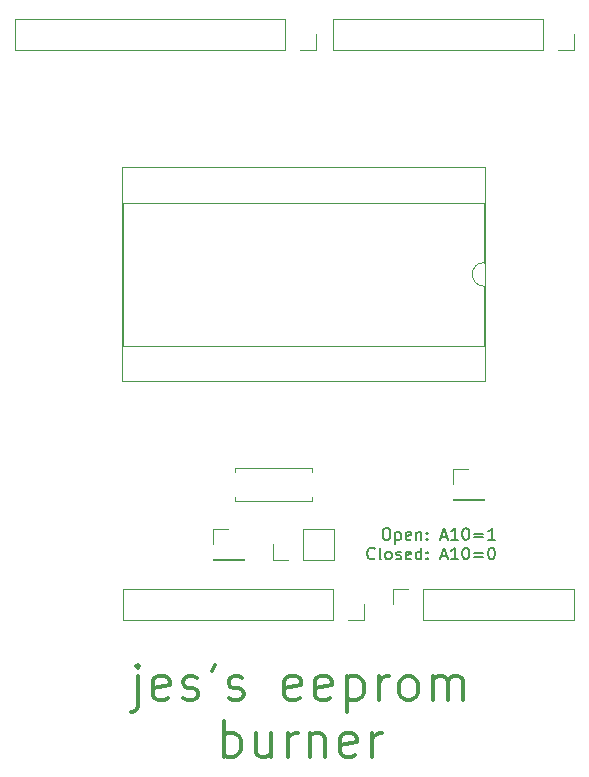
<source format=gbr>
G04 #@! TF.GenerationSoftware,KiCad,Pcbnew,5.1.5+dfsg1-2build2*
G04 #@! TF.CreationDate,2021-02-10T21:19:16+00:00*
G04 #@! TF.ProjectId,eeprom-burner,65657072-6f6d-42d6-9275-726e65722e6b,rev?*
G04 #@! TF.SameCoordinates,Original*
G04 #@! TF.FileFunction,Legend,Top*
G04 #@! TF.FilePolarity,Positive*
%FSLAX46Y46*%
G04 Gerber Fmt 4.6, Leading zero omitted, Abs format (unit mm)*
G04 Created by KiCad (PCBNEW 5.1.5+dfsg1-2build2) date 2021-02-10 21:19:16*
%MOMM*%
%LPD*%
G04 APERTURE LIST*
%ADD10C,0.300000*%
%ADD11C,0.150000*%
%ADD12C,0.120000*%
G04 APERTURE END LIST*
D10*
X88830285Y-135641142D02*
X88830285Y-138212571D01*
X88687428Y-138498285D01*
X88401714Y-138641142D01*
X88258857Y-138641142D01*
X88830285Y-134641142D02*
X88687428Y-134784000D01*
X88830285Y-134926857D01*
X88973142Y-134784000D01*
X88830285Y-134641142D01*
X88830285Y-134926857D01*
X91401714Y-137498285D02*
X91116000Y-137641142D01*
X90544571Y-137641142D01*
X90258857Y-137498285D01*
X90116000Y-137212571D01*
X90116000Y-136069714D01*
X90258857Y-135784000D01*
X90544571Y-135641142D01*
X91116000Y-135641142D01*
X91401714Y-135784000D01*
X91544571Y-136069714D01*
X91544571Y-136355428D01*
X90116000Y-136641142D01*
X92687428Y-137498285D02*
X92973142Y-137641142D01*
X93544571Y-137641142D01*
X93830285Y-137498285D01*
X93973142Y-137212571D01*
X93973142Y-137069714D01*
X93830285Y-136784000D01*
X93544571Y-136641142D01*
X93116000Y-136641142D01*
X92830285Y-136498285D01*
X92687428Y-136212571D01*
X92687428Y-136069714D01*
X92830285Y-135784000D01*
X93116000Y-135641142D01*
X93544571Y-135641142D01*
X93830285Y-135784000D01*
X95401714Y-134641142D02*
X95116000Y-135212571D01*
X96544571Y-137498285D02*
X96830285Y-137641142D01*
X97401714Y-137641142D01*
X97687428Y-137498285D01*
X97830285Y-137212571D01*
X97830285Y-137069714D01*
X97687428Y-136784000D01*
X97401714Y-136641142D01*
X96973142Y-136641142D01*
X96687428Y-136498285D01*
X96544571Y-136212571D01*
X96544571Y-136069714D01*
X96687428Y-135784000D01*
X96973142Y-135641142D01*
X97401714Y-135641142D01*
X97687428Y-135784000D01*
X102544571Y-137498285D02*
X102258857Y-137641142D01*
X101687428Y-137641142D01*
X101401714Y-137498285D01*
X101258857Y-137212571D01*
X101258857Y-136069714D01*
X101401714Y-135784000D01*
X101687428Y-135641142D01*
X102258857Y-135641142D01*
X102544571Y-135784000D01*
X102687428Y-136069714D01*
X102687428Y-136355428D01*
X101258857Y-136641142D01*
X105116000Y-137498285D02*
X104830285Y-137641142D01*
X104258857Y-137641142D01*
X103973142Y-137498285D01*
X103830285Y-137212571D01*
X103830285Y-136069714D01*
X103973142Y-135784000D01*
X104258857Y-135641142D01*
X104830285Y-135641142D01*
X105116000Y-135784000D01*
X105258857Y-136069714D01*
X105258857Y-136355428D01*
X103830285Y-136641142D01*
X106544571Y-135641142D02*
X106544571Y-138641142D01*
X106544571Y-135784000D02*
X106830285Y-135641142D01*
X107401714Y-135641142D01*
X107687428Y-135784000D01*
X107830285Y-135926857D01*
X107973142Y-136212571D01*
X107973142Y-137069714D01*
X107830285Y-137355428D01*
X107687428Y-137498285D01*
X107401714Y-137641142D01*
X106830285Y-137641142D01*
X106544571Y-137498285D01*
X109258857Y-137641142D02*
X109258857Y-135641142D01*
X109258857Y-136212571D02*
X109401714Y-135926857D01*
X109544571Y-135784000D01*
X109830285Y-135641142D01*
X110116000Y-135641142D01*
X111544571Y-137641142D02*
X111258857Y-137498285D01*
X111116000Y-137355428D01*
X110973142Y-137069714D01*
X110973142Y-136212571D01*
X111116000Y-135926857D01*
X111258857Y-135784000D01*
X111544571Y-135641142D01*
X111973142Y-135641142D01*
X112258857Y-135784000D01*
X112401714Y-135926857D01*
X112544571Y-136212571D01*
X112544571Y-137069714D01*
X112401714Y-137355428D01*
X112258857Y-137498285D01*
X111973142Y-137641142D01*
X111544571Y-137641142D01*
X113830285Y-137641142D02*
X113830285Y-135641142D01*
X113830285Y-135926857D02*
X113973142Y-135784000D01*
X114258857Y-135641142D01*
X114687428Y-135641142D01*
X114973142Y-135784000D01*
X115116000Y-136069714D01*
X115116000Y-137641142D01*
X115116000Y-136069714D02*
X115258857Y-135784000D01*
X115544571Y-135641142D01*
X115973142Y-135641142D01*
X116258857Y-135784000D01*
X116401714Y-136069714D01*
X116401714Y-137641142D01*
X96116000Y-142441142D02*
X96116000Y-139441142D01*
X96116000Y-140584000D02*
X96401714Y-140441142D01*
X96973142Y-140441142D01*
X97258857Y-140584000D01*
X97401714Y-140726857D01*
X97544571Y-141012571D01*
X97544571Y-141869714D01*
X97401714Y-142155428D01*
X97258857Y-142298285D01*
X96973142Y-142441142D01*
X96401714Y-142441142D01*
X96116000Y-142298285D01*
X100116000Y-140441142D02*
X100116000Y-142441142D01*
X98830285Y-140441142D02*
X98830285Y-142012571D01*
X98973142Y-142298285D01*
X99258857Y-142441142D01*
X99687428Y-142441142D01*
X99973142Y-142298285D01*
X100116000Y-142155428D01*
X101544571Y-142441142D02*
X101544571Y-140441142D01*
X101544571Y-141012571D02*
X101687428Y-140726857D01*
X101830285Y-140584000D01*
X102116000Y-140441142D01*
X102401714Y-140441142D01*
X103401714Y-140441142D02*
X103401714Y-142441142D01*
X103401714Y-140726857D02*
X103544571Y-140584000D01*
X103830285Y-140441142D01*
X104258857Y-140441142D01*
X104544571Y-140584000D01*
X104687428Y-140869714D01*
X104687428Y-142441142D01*
X107258857Y-142298285D02*
X106973142Y-142441142D01*
X106401714Y-142441142D01*
X106116000Y-142298285D01*
X105973142Y-142012571D01*
X105973142Y-140869714D01*
X106116000Y-140584000D01*
X106401714Y-140441142D01*
X106973142Y-140441142D01*
X107258857Y-140584000D01*
X107401714Y-140869714D01*
X107401714Y-141155428D01*
X105973142Y-141441142D01*
X108687428Y-142441142D02*
X108687428Y-140441142D01*
X108687428Y-141012571D02*
X108830285Y-140726857D01*
X108973142Y-140584000D01*
X109258857Y-140441142D01*
X109544571Y-140441142D01*
D11*
X109806309Y-123087380D02*
X109996785Y-123087380D01*
X110092023Y-123135000D01*
X110187261Y-123230238D01*
X110234880Y-123420714D01*
X110234880Y-123754047D01*
X110187261Y-123944523D01*
X110092023Y-124039761D01*
X109996785Y-124087380D01*
X109806309Y-124087380D01*
X109711071Y-124039761D01*
X109615833Y-123944523D01*
X109568214Y-123754047D01*
X109568214Y-123420714D01*
X109615833Y-123230238D01*
X109711071Y-123135000D01*
X109806309Y-123087380D01*
X110663452Y-123420714D02*
X110663452Y-124420714D01*
X110663452Y-123468333D02*
X110758690Y-123420714D01*
X110949166Y-123420714D01*
X111044404Y-123468333D01*
X111092023Y-123515952D01*
X111139642Y-123611190D01*
X111139642Y-123896904D01*
X111092023Y-123992142D01*
X111044404Y-124039761D01*
X110949166Y-124087380D01*
X110758690Y-124087380D01*
X110663452Y-124039761D01*
X111949166Y-124039761D02*
X111853928Y-124087380D01*
X111663452Y-124087380D01*
X111568214Y-124039761D01*
X111520595Y-123944523D01*
X111520595Y-123563571D01*
X111568214Y-123468333D01*
X111663452Y-123420714D01*
X111853928Y-123420714D01*
X111949166Y-123468333D01*
X111996785Y-123563571D01*
X111996785Y-123658809D01*
X111520595Y-123754047D01*
X112425357Y-123420714D02*
X112425357Y-124087380D01*
X112425357Y-123515952D02*
X112472976Y-123468333D01*
X112568214Y-123420714D01*
X112711071Y-123420714D01*
X112806309Y-123468333D01*
X112853928Y-123563571D01*
X112853928Y-124087380D01*
X113330119Y-123992142D02*
X113377738Y-124039761D01*
X113330119Y-124087380D01*
X113282500Y-124039761D01*
X113330119Y-123992142D01*
X113330119Y-124087380D01*
X113330119Y-123468333D02*
X113377738Y-123515952D01*
X113330119Y-123563571D01*
X113282500Y-123515952D01*
X113330119Y-123468333D01*
X113330119Y-123563571D01*
X114520595Y-123801666D02*
X114996785Y-123801666D01*
X114425357Y-124087380D02*
X114758690Y-123087380D01*
X115092023Y-124087380D01*
X115949166Y-124087380D02*
X115377738Y-124087380D01*
X115663452Y-124087380D02*
X115663452Y-123087380D01*
X115568214Y-123230238D01*
X115472976Y-123325476D01*
X115377738Y-123373095D01*
X116568214Y-123087380D02*
X116663452Y-123087380D01*
X116758690Y-123135000D01*
X116806309Y-123182619D01*
X116853928Y-123277857D01*
X116901547Y-123468333D01*
X116901547Y-123706428D01*
X116853928Y-123896904D01*
X116806309Y-123992142D01*
X116758690Y-124039761D01*
X116663452Y-124087380D01*
X116568214Y-124087380D01*
X116472976Y-124039761D01*
X116425357Y-123992142D01*
X116377738Y-123896904D01*
X116330119Y-123706428D01*
X116330119Y-123468333D01*
X116377738Y-123277857D01*
X116425357Y-123182619D01*
X116472976Y-123135000D01*
X116568214Y-123087380D01*
X117330119Y-123563571D02*
X118092023Y-123563571D01*
X118092023Y-123849285D02*
X117330119Y-123849285D01*
X119092023Y-124087380D02*
X118520595Y-124087380D01*
X118806309Y-124087380D02*
X118806309Y-123087380D01*
X118711071Y-123230238D01*
X118615833Y-123325476D01*
X118520595Y-123373095D01*
X108901547Y-125642142D02*
X108853928Y-125689761D01*
X108711071Y-125737380D01*
X108615833Y-125737380D01*
X108472976Y-125689761D01*
X108377738Y-125594523D01*
X108330119Y-125499285D01*
X108282500Y-125308809D01*
X108282500Y-125165952D01*
X108330119Y-124975476D01*
X108377738Y-124880238D01*
X108472976Y-124785000D01*
X108615833Y-124737380D01*
X108711071Y-124737380D01*
X108853928Y-124785000D01*
X108901547Y-124832619D01*
X109472976Y-125737380D02*
X109377738Y-125689761D01*
X109330119Y-125594523D01*
X109330119Y-124737380D01*
X109996785Y-125737380D02*
X109901547Y-125689761D01*
X109853928Y-125642142D01*
X109806309Y-125546904D01*
X109806309Y-125261190D01*
X109853928Y-125165952D01*
X109901547Y-125118333D01*
X109996785Y-125070714D01*
X110139642Y-125070714D01*
X110234880Y-125118333D01*
X110282500Y-125165952D01*
X110330119Y-125261190D01*
X110330119Y-125546904D01*
X110282500Y-125642142D01*
X110234880Y-125689761D01*
X110139642Y-125737380D01*
X109996785Y-125737380D01*
X110711071Y-125689761D02*
X110806309Y-125737380D01*
X110996785Y-125737380D01*
X111092023Y-125689761D01*
X111139642Y-125594523D01*
X111139642Y-125546904D01*
X111092023Y-125451666D01*
X110996785Y-125404047D01*
X110853928Y-125404047D01*
X110758690Y-125356428D01*
X110711071Y-125261190D01*
X110711071Y-125213571D01*
X110758690Y-125118333D01*
X110853928Y-125070714D01*
X110996785Y-125070714D01*
X111092023Y-125118333D01*
X111949166Y-125689761D02*
X111853928Y-125737380D01*
X111663452Y-125737380D01*
X111568214Y-125689761D01*
X111520595Y-125594523D01*
X111520595Y-125213571D01*
X111568214Y-125118333D01*
X111663452Y-125070714D01*
X111853928Y-125070714D01*
X111949166Y-125118333D01*
X111996785Y-125213571D01*
X111996785Y-125308809D01*
X111520595Y-125404047D01*
X112853928Y-125737380D02*
X112853928Y-124737380D01*
X112853928Y-125689761D02*
X112758690Y-125737380D01*
X112568214Y-125737380D01*
X112472976Y-125689761D01*
X112425357Y-125642142D01*
X112377738Y-125546904D01*
X112377738Y-125261190D01*
X112425357Y-125165952D01*
X112472976Y-125118333D01*
X112568214Y-125070714D01*
X112758690Y-125070714D01*
X112853928Y-125118333D01*
X113330119Y-125642142D02*
X113377738Y-125689761D01*
X113330119Y-125737380D01*
X113282500Y-125689761D01*
X113330119Y-125642142D01*
X113330119Y-125737380D01*
X113330119Y-125118333D02*
X113377738Y-125165952D01*
X113330119Y-125213571D01*
X113282500Y-125165952D01*
X113330119Y-125118333D01*
X113330119Y-125213571D01*
X114520595Y-125451666D02*
X114996785Y-125451666D01*
X114425357Y-125737380D02*
X114758690Y-124737380D01*
X115092023Y-125737380D01*
X115949166Y-125737380D02*
X115377738Y-125737380D01*
X115663452Y-125737380D02*
X115663452Y-124737380D01*
X115568214Y-124880238D01*
X115472976Y-124975476D01*
X115377738Y-125023095D01*
X116568214Y-124737380D02*
X116663452Y-124737380D01*
X116758690Y-124785000D01*
X116806309Y-124832619D01*
X116853928Y-124927857D01*
X116901547Y-125118333D01*
X116901547Y-125356428D01*
X116853928Y-125546904D01*
X116806309Y-125642142D01*
X116758690Y-125689761D01*
X116663452Y-125737380D01*
X116568214Y-125737380D01*
X116472976Y-125689761D01*
X116425357Y-125642142D01*
X116377738Y-125546904D01*
X116330119Y-125356428D01*
X116330119Y-125118333D01*
X116377738Y-124927857D01*
X116425357Y-124832619D01*
X116472976Y-124785000D01*
X116568214Y-124737380D01*
X117330119Y-125213571D02*
X118092023Y-125213571D01*
X118092023Y-125499285D02*
X117330119Y-125499285D01*
X118758690Y-124737380D02*
X118853928Y-124737380D01*
X118949166Y-124785000D01*
X118996785Y-124832619D01*
X119044404Y-124927857D01*
X119092023Y-125118333D01*
X119092023Y-125356428D01*
X119044404Y-125546904D01*
X118996785Y-125642142D01*
X118949166Y-125689761D01*
X118853928Y-125737380D01*
X118758690Y-125737380D01*
X118663452Y-125689761D01*
X118615833Y-125642142D01*
X118568214Y-125546904D01*
X118520595Y-125356428D01*
X118520595Y-125118333D01*
X118568214Y-124927857D01*
X118615833Y-124832619D01*
X118663452Y-124785000D01*
X118758690Y-124737380D01*
D12*
X103946000Y-81280000D02*
X103946000Y-82610000D01*
X103946000Y-82610000D02*
X102616000Y-82610000D01*
X101346000Y-82610000D02*
X78426000Y-82610000D01*
X78426000Y-79950000D02*
X78426000Y-82610000D01*
X101346000Y-79950000D02*
X78426000Y-79950000D01*
X101346000Y-79950000D02*
X101346000Y-82610000D01*
X115510000Y-120710000D02*
X118170000Y-120710000D01*
X115510000Y-120650000D02*
X115510000Y-120710000D01*
X118170000Y-120650000D02*
X118170000Y-120710000D01*
X115510000Y-120650000D02*
X118170000Y-120650000D01*
X115510000Y-119380000D02*
X115510000Y-118050000D01*
X115510000Y-118050000D02*
X116840000Y-118050000D01*
X95190000Y-123130000D02*
X96520000Y-123130000D01*
X95190000Y-124460000D02*
X95190000Y-123130000D01*
X95190000Y-125730000D02*
X97850000Y-125730000D01*
X97850000Y-125730000D02*
X97850000Y-125790000D01*
X95190000Y-125730000D02*
X95190000Y-125790000D01*
X95190000Y-125790000D02*
X97850000Y-125790000D01*
X100270000Y-125790000D02*
X100270000Y-124460000D01*
X101600000Y-125790000D02*
X100270000Y-125790000D01*
X102870000Y-125790000D02*
X102870000Y-123130000D01*
X102870000Y-123130000D02*
X105470000Y-123130000D01*
X102870000Y-125790000D02*
X105470000Y-125790000D01*
X105470000Y-125790000D02*
X105470000Y-123130000D01*
X103600000Y-120750000D02*
X103600000Y-120420000D01*
X97060000Y-120750000D02*
X103600000Y-120750000D01*
X97060000Y-120420000D02*
X97060000Y-120750000D01*
X103600000Y-118010000D02*
X103600000Y-118340000D01*
X97060000Y-118010000D02*
X103600000Y-118010000D01*
X97060000Y-118340000D02*
X97060000Y-118010000D01*
X118230000Y-110660000D02*
X118230000Y-92540000D01*
X87510000Y-110660000D02*
X118230000Y-110660000D01*
X87510000Y-92540000D02*
X87510000Y-110660000D01*
X118230000Y-92540000D02*
X87510000Y-92540000D01*
X118170000Y-107660000D02*
X118170000Y-102600000D01*
X87570000Y-107660000D02*
X118170000Y-107660000D01*
X87570000Y-95540000D02*
X87570000Y-107660000D01*
X118170000Y-95540000D02*
X87570000Y-95540000D01*
X118170000Y-100600000D02*
X118170000Y-95540000D01*
X118170000Y-102600000D02*
G75*
G02X118170000Y-100600000I0J1000000D01*
G01*
X105410000Y-128210000D02*
X105410000Y-130870000D01*
X105410000Y-128210000D02*
X87570000Y-128210000D01*
X87570000Y-128210000D02*
X87570000Y-130870000D01*
X105410000Y-130870000D02*
X87570000Y-130870000D01*
X108010000Y-130870000D02*
X106680000Y-130870000D01*
X108010000Y-129540000D02*
X108010000Y-130870000D01*
X110430000Y-129540000D02*
X110430000Y-128210000D01*
X110430000Y-128210000D02*
X111760000Y-128210000D01*
X113030000Y-128210000D02*
X125790000Y-128210000D01*
X125790000Y-130870000D02*
X125790000Y-128210000D01*
X113030000Y-130870000D02*
X125790000Y-130870000D01*
X113030000Y-130870000D02*
X113030000Y-128210000D01*
X125790000Y-81280000D02*
X125790000Y-82610000D01*
X125790000Y-82610000D02*
X124460000Y-82610000D01*
X123190000Y-82610000D02*
X105350000Y-82610000D01*
X105350000Y-79950000D02*
X105350000Y-82610000D01*
X123190000Y-79950000D02*
X105350000Y-79950000D01*
X123190000Y-79950000D02*
X123190000Y-82610000D01*
M02*

</source>
